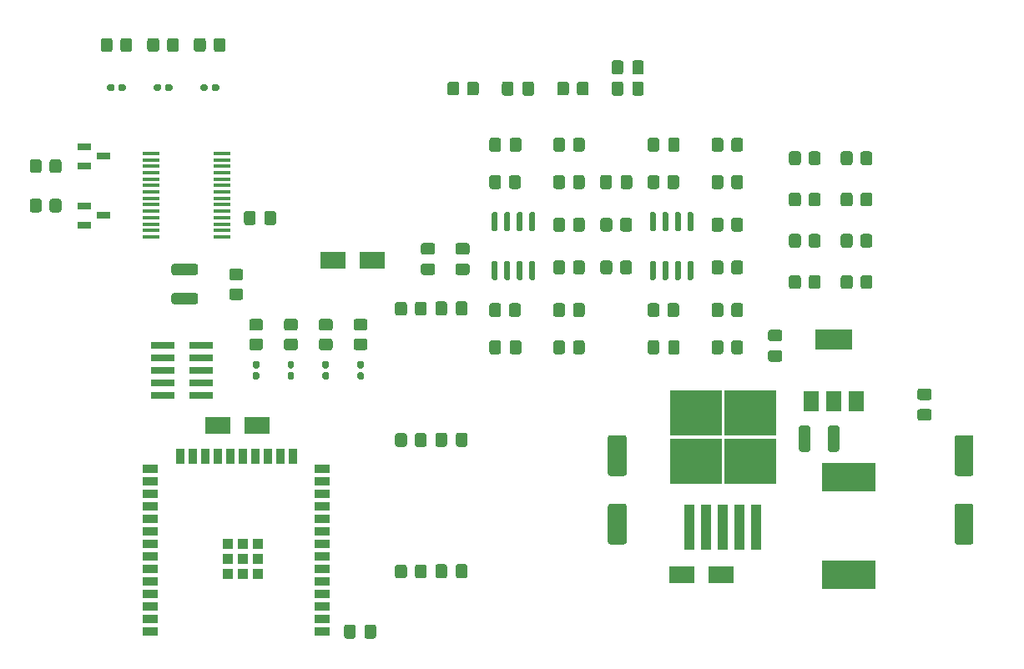
<source format=gbr>
%TF.GenerationSoftware,KiCad,Pcbnew,5.1.12-84ad8e8a86~92~ubuntu20.04.1*%
%TF.CreationDate,2022-06-26T22:57:18-03:00*%
%TF.ProjectId,esp_controller,6573705f-636f-46e7-9472-6f6c6c65722e,rev?*%
%TF.SameCoordinates,Original*%
%TF.FileFunction,Paste,Top*%
%TF.FilePolarity,Positive*%
%FSLAX46Y46*%
G04 Gerber Fmt 4.6, Leading zero omitted, Abs format (unit mm)*
G04 Created by KiCad (PCBNEW 5.1.12-84ad8e8a86~92~ubuntu20.04.1) date 2022-06-26 22:57:18*
%MOMM*%
%LPD*%
G01*
G04 APERTURE LIST*
%ADD10R,2.500000X1.800000*%
%ADD11R,1.350000X0.650000*%
%ADD12R,1.500000X0.900000*%
%ADD13R,0.900000X1.500000*%
%ADD14R,1.050000X1.050000*%
%ADD15R,5.250000X4.550000*%
%ADD16R,1.100000X4.600000*%
%ADD17R,5.400000X2.900000*%
%ADD18R,1.500000X2.000000*%
%ADD19R,3.800000X2.000000*%
%ADD20R,2.400000X0.740000*%
%ADD21R,1.750000X0.450000*%
G04 APERTURE END LIST*
D10*
%TO.C,D10*%
X158670000Y-111720000D03*
X162670000Y-111720000D03*
%TD*%
%TO.C,D4*%
X123300300Y-79857600D03*
X127300300Y-79857600D03*
%TD*%
%TO.C,C16*%
G36*
G01*
X171736180Y-96827159D02*
X171736180Y-99027161D01*
G75*
G02*
X171486181Y-99277160I-249999J0D01*
G01*
X170836179Y-99277160D01*
G75*
G02*
X170586180Y-99027161I0J249999D01*
G01*
X170586180Y-96827159D01*
G75*
G02*
X170836179Y-96577160I249999J0D01*
G01*
X171486181Y-96577160D01*
G75*
G02*
X171736180Y-96827159I0J-249999D01*
G01*
G37*
G36*
G01*
X174686180Y-96827159D02*
X174686180Y-99027161D01*
G75*
G02*
X174436181Y-99277160I-249999J0D01*
G01*
X173786179Y-99277160D01*
G75*
G02*
X173536180Y-99027161I0J249999D01*
G01*
X173536180Y-96827159D01*
G75*
G02*
X173786179Y-96577160I249999J0D01*
G01*
X174436181Y-96577160D01*
G75*
G02*
X174686180Y-96827159I0J-249999D01*
G01*
G37*
%TD*%
%TO.C,C10*%
G36*
G01*
X109380201Y-81340120D02*
X107180199Y-81340120D01*
G75*
G02*
X106930200Y-81090121I0J249999D01*
G01*
X106930200Y-80440119D01*
G75*
G02*
X107180199Y-80190120I249999J0D01*
G01*
X109380201Y-80190120D01*
G75*
G02*
X109630200Y-80440119I0J-249999D01*
G01*
X109630200Y-81090121D01*
G75*
G02*
X109380201Y-81340120I-249999J0D01*
G01*
G37*
G36*
G01*
X109380201Y-84290120D02*
X107180199Y-84290120D01*
G75*
G02*
X106930200Y-84040121I0J249999D01*
G01*
X106930200Y-83390119D01*
G75*
G02*
X107180199Y-83140120I249999J0D01*
G01*
X109380201Y-83140120D01*
G75*
G02*
X109630200Y-83390119I0J-249999D01*
G01*
X109630200Y-84040121D01*
G75*
G02*
X109380201Y-84290120I-249999J0D01*
G01*
G37*
%TD*%
D11*
%TO.C,Q1*%
X100049840Y-69265800D03*
X98049840Y-70225800D03*
X98049840Y-68305800D03*
%TD*%
%TO.C,Q2*%
X100049840Y-75280520D03*
X98049840Y-76240520D03*
X98049840Y-74320520D03*
%TD*%
D10*
%TO.C,D9*%
X111600000Y-96600000D03*
X115600000Y-96600000D03*
%TD*%
%TO.C,D3*%
G36*
G01*
X110997500Y-62453500D02*
X110997500Y-62133500D01*
G75*
G02*
X111157500Y-61973500I160000J0D01*
G01*
X111602500Y-61973500D01*
G75*
G02*
X111762500Y-62133500I0J-160000D01*
G01*
X111762500Y-62453500D01*
G75*
G02*
X111602500Y-62613500I-160000J0D01*
G01*
X111157500Y-62613500D01*
G75*
G02*
X110997500Y-62453500I0J160000D01*
G01*
G37*
G36*
G01*
X109852500Y-62453500D02*
X109852500Y-62133500D01*
G75*
G02*
X110012500Y-61973500I160000J0D01*
G01*
X110457500Y-61973500D01*
G75*
G02*
X110617500Y-62133500I0J-160000D01*
G01*
X110617500Y-62453500D01*
G75*
G02*
X110457500Y-62613500I-160000J0D01*
G01*
X110012500Y-62613500D01*
G75*
G02*
X109852500Y-62453500I0J160000D01*
G01*
G37*
%TD*%
%TO.C,D2*%
G36*
G01*
X106264250Y-62453500D02*
X106264250Y-62133500D01*
G75*
G02*
X106424250Y-61973500I160000J0D01*
G01*
X106869250Y-61973500D01*
G75*
G02*
X107029250Y-62133500I0J-160000D01*
G01*
X107029250Y-62453500D01*
G75*
G02*
X106869250Y-62613500I-160000J0D01*
G01*
X106424250Y-62613500D01*
G75*
G02*
X106264250Y-62453500I0J160000D01*
G01*
G37*
G36*
G01*
X105119250Y-62453500D02*
X105119250Y-62133500D01*
G75*
G02*
X105279250Y-61973500I160000J0D01*
G01*
X105724250Y-61973500D01*
G75*
G02*
X105884250Y-62133500I0J-160000D01*
G01*
X105884250Y-62453500D01*
G75*
G02*
X105724250Y-62613500I-160000J0D01*
G01*
X105279250Y-62613500D01*
G75*
G02*
X105119250Y-62453500I0J160000D01*
G01*
G37*
%TD*%
%TO.C,D1*%
G36*
G01*
X101531000Y-62453500D02*
X101531000Y-62133500D01*
G75*
G02*
X101691000Y-61973500I160000J0D01*
G01*
X102136000Y-61973500D01*
G75*
G02*
X102296000Y-62133500I0J-160000D01*
G01*
X102296000Y-62453500D01*
G75*
G02*
X102136000Y-62613500I-160000J0D01*
G01*
X101691000Y-62613500D01*
G75*
G02*
X101531000Y-62453500I0J160000D01*
G01*
G37*
G36*
G01*
X100386000Y-62453500D02*
X100386000Y-62133500D01*
G75*
G02*
X100546000Y-61973500I160000J0D01*
G01*
X100991000Y-61973500D01*
G75*
G02*
X101151000Y-62133500I0J-160000D01*
G01*
X101151000Y-62453500D01*
G75*
G02*
X100991000Y-62613500I-160000J0D01*
G01*
X100546000Y-62613500D01*
G75*
G02*
X100386000Y-62453500I0J160000D01*
G01*
G37*
%TD*%
%TO.C,D5*%
G36*
G01*
X115666500Y-90793000D02*
X115346500Y-90793000D01*
G75*
G02*
X115186500Y-90633000I0J160000D01*
G01*
X115186500Y-90188000D01*
G75*
G02*
X115346500Y-90028000I160000J0D01*
G01*
X115666500Y-90028000D01*
G75*
G02*
X115826500Y-90188000I0J-160000D01*
G01*
X115826500Y-90633000D01*
G75*
G02*
X115666500Y-90793000I-160000J0D01*
G01*
G37*
G36*
G01*
X115666500Y-91938000D02*
X115346500Y-91938000D01*
G75*
G02*
X115186500Y-91778000I0J160000D01*
G01*
X115186500Y-91333000D01*
G75*
G02*
X115346500Y-91173000I160000J0D01*
G01*
X115666500Y-91173000D01*
G75*
G02*
X115826500Y-91333000I0J-160000D01*
G01*
X115826500Y-91778000D01*
G75*
G02*
X115666500Y-91938000I-160000J0D01*
G01*
G37*
%TD*%
%TO.C,D6*%
G36*
G01*
X119201333Y-90793000D02*
X118881333Y-90793000D01*
G75*
G02*
X118721333Y-90633000I0J160000D01*
G01*
X118721333Y-90188000D01*
G75*
G02*
X118881333Y-90028000I160000J0D01*
G01*
X119201333Y-90028000D01*
G75*
G02*
X119361333Y-90188000I0J-160000D01*
G01*
X119361333Y-90633000D01*
G75*
G02*
X119201333Y-90793000I-160000J0D01*
G01*
G37*
G36*
G01*
X119201333Y-91938000D02*
X118881333Y-91938000D01*
G75*
G02*
X118721333Y-91778000I0J160000D01*
G01*
X118721333Y-91333000D01*
G75*
G02*
X118881333Y-91173000I160000J0D01*
G01*
X119201333Y-91173000D01*
G75*
G02*
X119361333Y-91333000I0J-160000D01*
G01*
X119361333Y-91778000D01*
G75*
G02*
X119201333Y-91938000I-160000J0D01*
G01*
G37*
%TD*%
%TO.C,D7*%
G36*
G01*
X122736166Y-90793000D02*
X122416166Y-90793000D01*
G75*
G02*
X122256166Y-90633000I0J160000D01*
G01*
X122256166Y-90188000D01*
G75*
G02*
X122416166Y-90028000I160000J0D01*
G01*
X122736166Y-90028000D01*
G75*
G02*
X122896166Y-90188000I0J-160000D01*
G01*
X122896166Y-90633000D01*
G75*
G02*
X122736166Y-90793000I-160000J0D01*
G01*
G37*
G36*
G01*
X122736166Y-91938000D02*
X122416166Y-91938000D01*
G75*
G02*
X122256166Y-91778000I0J160000D01*
G01*
X122256166Y-91333000D01*
G75*
G02*
X122416166Y-91173000I160000J0D01*
G01*
X122736166Y-91173000D01*
G75*
G02*
X122896166Y-91333000I0J-160000D01*
G01*
X122896166Y-91778000D01*
G75*
G02*
X122736166Y-91938000I-160000J0D01*
G01*
G37*
%TD*%
%TO.C,D8*%
G36*
G01*
X126271000Y-90793000D02*
X125951000Y-90793000D01*
G75*
G02*
X125791000Y-90633000I0J160000D01*
G01*
X125791000Y-90188000D01*
G75*
G02*
X125951000Y-90028000I160000J0D01*
G01*
X126271000Y-90028000D01*
G75*
G02*
X126431000Y-90188000I0J-160000D01*
G01*
X126431000Y-90633000D01*
G75*
G02*
X126271000Y-90793000I-160000J0D01*
G01*
G37*
G36*
G01*
X126271000Y-91938000D02*
X125951000Y-91938000D01*
G75*
G02*
X125791000Y-91778000I0J160000D01*
G01*
X125791000Y-91333000D01*
G75*
G02*
X125951000Y-91173000I160000J0D01*
G01*
X126271000Y-91173000D01*
G75*
G02*
X126431000Y-91333000I0J-160000D01*
G01*
X126431000Y-91778000D01*
G75*
G02*
X126271000Y-91938000I-160000J0D01*
G01*
G37*
%TD*%
%TO.C,R19*%
G36*
G01*
X152445000Y-76668334D02*
X152445000Y-75768332D01*
G75*
G02*
X152694999Y-75518333I249999J0D01*
G01*
X153395001Y-75518333D01*
G75*
G02*
X153645000Y-75768332I0J-249999D01*
G01*
X153645000Y-76668334D01*
G75*
G02*
X153395001Y-76918333I-249999J0D01*
G01*
X152694999Y-76918333D01*
G75*
G02*
X152445000Y-76668334I0J249999D01*
G01*
G37*
G36*
G01*
X150445000Y-76668334D02*
X150445000Y-75768332D01*
G75*
G02*
X150694999Y-75518333I249999J0D01*
G01*
X151395001Y-75518333D01*
G75*
G02*
X151645000Y-75768332I0J-249999D01*
G01*
X151645000Y-76668334D01*
G75*
G02*
X151395001Y-76918333I-249999J0D01*
G01*
X150694999Y-76918333D01*
G75*
G02*
X150445000Y-76668334I0J249999D01*
G01*
G37*
%TD*%
%TO.C,R24*%
G36*
G01*
X152445000Y-80999167D02*
X152445000Y-80099165D01*
G75*
G02*
X152694999Y-79849166I249999J0D01*
G01*
X153395001Y-79849166D01*
G75*
G02*
X153645000Y-80099165I0J-249999D01*
G01*
X153645000Y-80999167D01*
G75*
G02*
X153395001Y-81249166I-249999J0D01*
G01*
X152694999Y-81249166D01*
G75*
G02*
X152445000Y-80999167I0J249999D01*
G01*
G37*
G36*
G01*
X150445000Y-80999167D02*
X150445000Y-80099165D01*
G75*
G02*
X150694999Y-79849166I249999J0D01*
G01*
X151395001Y-79849166D01*
G75*
G02*
X151645000Y-80099165I0J-249999D01*
G01*
X151645000Y-80999167D01*
G75*
G02*
X151395001Y-81249166I-249999J0D01*
G01*
X150694999Y-81249166D01*
G75*
G02*
X150445000Y-80999167I0J249999D01*
G01*
G37*
%TD*%
%TO.C,C9*%
G36*
G01*
X135978700Y-80150000D02*
X136928700Y-80150000D01*
G75*
G02*
X137178700Y-80400000I0J-250000D01*
G01*
X137178700Y-81075000D01*
G75*
G02*
X136928700Y-81325000I-250000J0D01*
G01*
X135978700Y-81325000D01*
G75*
G02*
X135728700Y-81075000I0J250000D01*
G01*
X135728700Y-80400000D01*
G75*
G02*
X135978700Y-80150000I250000J0D01*
G01*
G37*
G36*
G01*
X135978700Y-78075000D02*
X136928700Y-78075000D01*
G75*
G02*
X137178700Y-78325000I0J-250000D01*
G01*
X137178700Y-79000000D01*
G75*
G02*
X136928700Y-79250000I-250000J0D01*
G01*
X135978700Y-79250000D01*
G75*
G02*
X135728700Y-79000000I0J250000D01*
G01*
X135728700Y-78325000D01*
G75*
G02*
X135978700Y-78075000I250000J0D01*
G01*
G37*
%TD*%
%TO.C,C6*%
G36*
G01*
X151595000Y-71412500D02*
X151595000Y-72362500D01*
G75*
G02*
X151345000Y-72612500I-250000J0D01*
G01*
X150670000Y-72612500D01*
G75*
G02*
X150420000Y-72362500I0J250000D01*
G01*
X150420000Y-71412500D01*
G75*
G02*
X150670000Y-71162500I250000J0D01*
G01*
X151345000Y-71162500D01*
G75*
G02*
X151595000Y-71412500I0J-250000D01*
G01*
G37*
G36*
G01*
X153670000Y-71412500D02*
X153670000Y-72362500D01*
G75*
G02*
X153420000Y-72612500I-250000J0D01*
G01*
X152745000Y-72612500D01*
G75*
G02*
X152495000Y-72362500I0J250000D01*
G01*
X152495000Y-71412500D01*
G75*
G02*
X152745000Y-71162500I250000J0D01*
G01*
X153420000Y-71162500D01*
G75*
G02*
X153670000Y-71412500I0J-250000D01*
G01*
G37*
%TD*%
D12*
%TO.C,U6*%
X122250000Y-101000000D03*
X122250000Y-102270000D03*
X122250000Y-103540000D03*
X122250000Y-104810000D03*
X122250000Y-106080000D03*
X122250000Y-107350000D03*
X122250000Y-108620000D03*
X122250000Y-109890000D03*
X122250000Y-111160000D03*
X122250000Y-112430000D03*
X122250000Y-113700000D03*
X122250000Y-114970000D03*
X122250000Y-116240000D03*
X122250000Y-117510000D03*
D13*
X119220000Y-99750000D03*
X117950000Y-99750000D03*
X116680000Y-99750000D03*
X115410000Y-99750000D03*
X114140000Y-99750000D03*
X112870000Y-99750000D03*
X111600000Y-99750000D03*
X110330000Y-99750000D03*
X109060000Y-99750000D03*
X107790000Y-99750000D03*
D12*
X104750000Y-101000000D03*
X104750000Y-102270000D03*
X104750000Y-103540000D03*
X104750000Y-104810000D03*
X104750000Y-106080000D03*
X104750000Y-107350000D03*
X104750000Y-108620000D03*
X104750000Y-109890000D03*
X104750000Y-111160000D03*
X104750000Y-112430000D03*
X104750000Y-113700000D03*
X104750000Y-114970000D03*
X104750000Y-116240000D03*
X104750000Y-117510000D03*
D14*
X114180000Y-110170000D03*
X112655000Y-110170000D03*
X115705000Y-110170000D03*
X115705000Y-108645000D03*
X114180000Y-108645000D03*
X112655000Y-108645000D03*
X112655000Y-111695000D03*
X114180000Y-111695000D03*
X115705000Y-111695000D03*
%TD*%
%TO.C,U2*%
G36*
G01*
X139865000Y-76880000D02*
X139565000Y-76880000D01*
G75*
G02*
X139415000Y-76730000I0J150000D01*
G01*
X139415000Y-75080000D01*
G75*
G02*
X139565000Y-74930000I150000J0D01*
G01*
X139865000Y-74930000D01*
G75*
G02*
X140015000Y-75080000I0J-150000D01*
G01*
X140015000Y-76730000D01*
G75*
G02*
X139865000Y-76880000I-150000J0D01*
G01*
G37*
G36*
G01*
X141135000Y-76880000D02*
X140835000Y-76880000D01*
G75*
G02*
X140685000Y-76730000I0J150000D01*
G01*
X140685000Y-75080000D01*
G75*
G02*
X140835000Y-74930000I150000J0D01*
G01*
X141135000Y-74930000D01*
G75*
G02*
X141285000Y-75080000I0J-150000D01*
G01*
X141285000Y-76730000D01*
G75*
G02*
X141135000Y-76880000I-150000J0D01*
G01*
G37*
G36*
G01*
X142405000Y-76880000D02*
X142105000Y-76880000D01*
G75*
G02*
X141955000Y-76730000I0J150000D01*
G01*
X141955000Y-75080000D01*
G75*
G02*
X142105000Y-74930000I150000J0D01*
G01*
X142405000Y-74930000D01*
G75*
G02*
X142555000Y-75080000I0J-150000D01*
G01*
X142555000Y-76730000D01*
G75*
G02*
X142405000Y-76880000I-150000J0D01*
G01*
G37*
G36*
G01*
X143675000Y-76880000D02*
X143375000Y-76880000D01*
G75*
G02*
X143225000Y-76730000I0J150000D01*
G01*
X143225000Y-75080000D01*
G75*
G02*
X143375000Y-74930000I150000J0D01*
G01*
X143675000Y-74930000D01*
G75*
G02*
X143825000Y-75080000I0J-150000D01*
G01*
X143825000Y-76730000D01*
G75*
G02*
X143675000Y-76880000I-150000J0D01*
G01*
G37*
G36*
G01*
X143675000Y-81830000D02*
X143375000Y-81830000D01*
G75*
G02*
X143225000Y-81680000I0J150000D01*
G01*
X143225000Y-80030000D01*
G75*
G02*
X143375000Y-79880000I150000J0D01*
G01*
X143675000Y-79880000D01*
G75*
G02*
X143825000Y-80030000I0J-150000D01*
G01*
X143825000Y-81680000D01*
G75*
G02*
X143675000Y-81830000I-150000J0D01*
G01*
G37*
G36*
G01*
X142405000Y-81830000D02*
X142105000Y-81830000D01*
G75*
G02*
X141955000Y-81680000I0J150000D01*
G01*
X141955000Y-80030000D01*
G75*
G02*
X142105000Y-79880000I150000J0D01*
G01*
X142405000Y-79880000D01*
G75*
G02*
X142555000Y-80030000I0J-150000D01*
G01*
X142555000Y-81680000D01*
G75*
G02*
X142405000Y-81830000I-150000J0D01*
G01*
G37*
G36*
G01*
X141135000Y-81830000D02*
X140835000Y-81830000D01*
G75*
G02*
X140685000Y-81680000I0J150000D01*
G01*
X140685000Y-80030000D01*
G75*
G02*
X140835000Y-79880000I150000J0D01*
G01*
X141135000Y-79880000D01*
G75*
G02*
X141285000Y-80030000I0J-150000D01*
G01*
X141285000Y-81680000D01*
G75*
G02*
X141135000Y-81830000I-150000J0D01*
G01*
G37*
G36*
G01*
X139865000Y-81830000D02*
X139565000Y-81830000D01*
G75*
G02*
X139415000Y-81680000I0J150000D01*
G01*
X139415000Y-80030000D01*
G75*
G02*
X139565000Y-79880000I150000J0D01*
G01*
X139865000Y-79880000D01*
G75*
G02*
X140015000Y-80030000I0J-150000D01*
G01*
X140015000Y-81680000D01*
G75*
G02*
X139865000Y-81830000I-150000J0D01*
G01*
G37*
%TD*%
%TO.C,U3*%
G36*
G01*
X155927500Y-76880000D02*
X155627500Y-76880000D01*
G75*
G02*
X155477500Y-76730000I0J150000D01*
G01*
X155477500Y-75080000D01*
G75*
G02*
X155627500Y-74930000I150000J0D01*
G01*
X155927500Y-74930000D01*
G75*
G02*
X156077500Y-75080000I0J-150000D01*
G01*
X156077500Y-76730000D01*
G75*
G02*
X155927500Y-76880000I-150000J0D01*
G01*
G37*
G36*
G01*
X157197500Y-76880000D02*
X156897500Y-76880000D01*
G75*
G02*
X156747500Y-76730000I0J150000D01*
G01*
X156747500Y-75080000D01*
G75*
G02*
X156897500Y-74930000I150000J0D01*
G01*
X157197500Y-74930000D01*
G75*
G02*
X157347500Y-75080000I0J-150000D01*
G01*
X157347500Y-76730000D01*
G75*
G02*
X157197500Y-76880000I-150000J0D01*
G01*
G37*
G36*
G01*
X158467500Y-76880000D02*
X158167500Y-76880000D01*
G75*
G02*
X158017500Y-76730000I0J150000D01*
G01*
X158017500Y-75080000D01*
G75*
G02*
X158167500Y-74930000I150000J0D01*
G01*
X158467500Y-74930000D01*
G75*
G02*
X158617500Y-75080000I0J-150000D01*
G01*
X158617500Y-76730000D01*
G75*
G02*
X158467500Y-76880000I-150000J0D01*
G01*
G37*
G36*
G01*
X159737500Y-76880000D02*
X159437500Y-76880000D01*
G75*
G02*
X159287500Y-76730000I0J150000D01*
G01*
X159287500Y-75080000D01*
G75*
G02*
X159437500Y-74930000I150000J0D01*
G01*
X159737500Y-74930000D01*
G75*
G02*
X159887500Y-75080000I0J-150000D01*
G01*
X159887500Y-76730000D01*
G75*
G02*
X159737500Y-76880000I-150000J0D01*
G01*
G37*
G36*
G01*
X159737500Y-81830000D02*
X159437500Y-81830000D01*
G75*
G02*
X159287500Y-81680000I0J150000D01*
G01*
X159287500Y-80030000D01*
G75*
G02*
X159437500Y-79880000I150000J0D01*
G01*
X159737500Y-79880000D01*
G75*
G02*
X159887500Y-80030000I0J-150000D01*
G01*
X159887500Y-81680000D01*
G75*
G02*
X159737500Y-81830000I-150000J0D01*
G01*
G37*
G36*
G01*
X158467500Y-81830000D02*
X158167500Y-81830000D01*
G75*
G02*
X158017500Y-81680000I0J150000D01*
G01*
X158017500Y-80030000D01*
G75*
G02*
X158167500Y-79880000I150000J0D01*
G01*
X158467500Y-79880000D01*
G75*
G02*
X158617500Y-80030000I0J-150000D01*
G01*
X158617500Y-81680000D01*
G75*
G02*
X158467500Y-81830000I-150000J0D01*
G01*
G37*
G36*
G01*
X157197500Y-81830000D02*
X156897500Y-81830000D01*
G75*
G02*
X156747500Y-81680000I0J150000D01*
G01*
X156747500Y-80030000D01*
G75*
G02*
X156897500Y-79880000I150000J0D01*
G01*
X157197500Y-79880000D01*
G75*
G02*
X157347500Y-80030000I0J-150000D01*
G01*
X157347500Y-81680000D01*
G75*
G02*
X157197500Y-81830000I-150000J0D01*
G01*
G37*
G36*
G01*
X155927500Y-81830000D02*
X155627500Y-81830000D01*
G75*
G02*
X155477500Y-81680000I0J150000D01*
G01*
X155477500Y-80030000D01*
G75*
G02*
X155627500Y-79880000I150000J0D01*
G01*
X155927500Y-79880000D01*
G75*
G02*
X156077500Y-80030000I0J-150000D01*
G01*
X156077500Y-81680000D01*
G75*
G02*
X155927500Y-81830000I-150000J0D01*
G01*
G37*
%TD*%
D15*
%TO.C,U5*%
X165655000Y-100200000D03*
X160105000Y-95350000D03*
X160105000Y-100200000D03*
X165655000Y-95350000D03*
D16*
X166280000Y-106925000D03*
X164580000Y-106925000D03*
X162880000Y-106925000D03*
X161180000Y-106925000D03*
X159480000Y-106925000D03*
%TD*%
%TO.C,R11*%
G36*
G01*
X141170000Y-72337501D02*
X141170000Y-71437499D01*
G75*
G02*
X141419999Y-71187500I249999J0D01*
G01*
X142120001Y-71187500D01*
G75*
G02*
X142370000Y-71437499I0J-249999D01*
G01*
X142370000Y-72337501D01*
G75*
G02*
X142120001Y-72587500I-249999J0D01*
G01*
X141419999Y-72587500D01*
G75*
G02*
X141170000Y-72337501I0J249999D01*
G01*
G37*
G36*
G01*
X139170000Y-72337501D02*
X139170000Y-71437499D01*
G75*
G02*
X139419999Y-71187500I249999J0D01*
G01*
X140120001Y-71187500D01*
G75*
G02*
X140370000Y-71437499I0J-249999D01*
G01*
X140370000Y-72337501D01*
G75*
G02*
X140120001Y-72587500I-249999J0D01*
G01*
X139419999Y-72587500D01*
G75*
G02*
X139170000Y-72337501I0J249999D01*
G01*
G37*
%TD*%
%TO.C,R30*%
G36*
G01*
X141170000Y-85330001D02*
X141170000Y-84429999D01*
G75*
G02*
X141419999Y-84180000I249999J0D01*
G01*
X142120001Y-84180000D01*
G75*
G02*
X142370000Y-84429999I0J-249999D01*
G01*
X142370000Y-85330001D01*
G75*
G02*
X142120001Y-85580000I-249999J0D01*
G01*
X141419999Y-85580000D01*
G75*
G02*
X141170000Y-85330001I0J249999D01*
G01*
G37*
G36*
G01*
X139170000Y-85330001D02*
X139170000Y-84429999D01*
G75*
G02*
X139419999Y-84180000I249999J0D01*
G01*
X140120001Y-84180000D01*
G75*
G02*
X140370000Y-84429999I0J-249999D01*
G01*
X140370000Y-85330001D01*
G75*
G02*
X140120001Y-85580000I-249999J0D01*
G01*
X139419999Y-85580000D01*
G75*
G02*
X139170000Y-85330001I0J249999D01*
G01*
G37*
%TD*%
%TO.C,R6*%
G36*
G01*
X146857500Y-67649999D02*
X146857500Y-68550001D01*
G75*
G02*
X146607501Y-68800000I-249999J0D01*
G01*
X145907499Y-68800000D01*
G75*
G02*
X145657500Y-68550001I0J249999D01*
G01*
X145657500Y-67649999D01*
G75*
G02*
X145907499Y-67400000I249999J0D01*
G01*
X146607501Y-67400000D01*
G75*
G02*
X146857500Y-67649999I0J-249999D01*
G01*
G37*
G36*
G01*
X148857500Y-67649999D02*
X148857500Y-68550001D01*
G75*
G02*
X148607501Y-68800000I-249999J0D01*
G01*
X147907499Y-68800000D01*
G75*
G02*
X147657500Y-68550001I0J249999D01*
G01*
X147657500Y-67649999D01*
G75*
G02*
X147907499Y-67400000I249999J0D01*
G01*
X148607501Y-67400000D01*
G75*
G02*
X148857500Y-67649999I0J-249999D01*
G01*
G37*
%TD*%
%TO.C,R38*%
G36*
G01*
X146857500Y-88209999D02*
X146857500Y-89110001D01*
G75*
G02*
X146607501Y-89360000I-249999J0D01*
G01*
X145907499Y-89360000D01*
G75*
G02*
X145657500Y-89110001I0J249999D01*
G01*
X145657500Y-88209999D01*
G75*
G02*
X145907499Y-87960000I249999J0D01*
G01*
X146607501Y-87960000D01*
G75*
G02*
X146857500Y-88209999I0J-249999D01*
G01*
G37*
G36*
G01*
X148857500Y-88209999D02*
X148857500Y-89110001D01*
G75*
G02*
X148607501Y-89360000I-249999J0D01*
G01*
X147907499Y-89360000D01*
G75*
G02*
X147657500Y-89110001I0J249999D01*
G01*
X147657500Y-88209999D01*
G75*
G02*
X147907499Y-87960000I249999J0D01*
G01*
X148607501Y-87960000D01*
G75*
G02*
X148857500Y-88209999I0J-249999D01*
G01*
G37*
%TD*%
%TO.C,R18*%
G36*
G01*
X147657500Y-76668334D02*
X147657500Y-75768332D01*
G75*
G02*
X147907499Y-75518333I249999J0D01*
G01*
X148607501Y-75518333D01*
G75*
G02*
X148857500Y-75768332I0J-249999D01*
G01*
X148857500Y-76668334D01*
G75*
G02*
X148607501Y-76918333I-249999J0D01*
G01*
X147907499Y-76918333D01*
G75*
G02*
X147657500Y-76668334I0J249999D01*
G01*
G37*
G36*
G01*
X145657500Y-76668334D02*
X145657500Y-75768332D01*
G75*
G02*
X145907499Y-75518333I249999J0D01*
G01*
X146607501Y-75518333D01*
G75*
G02*
X146857500Y-75768332I0J-249999D01*
G01*
X146857500Y-76668334D01*
G75*
G02*
X146607501Y-76918333I-249999J0D01*
G01*
X145907499Y-76918333D01*
G75*
G02*
X145657500Y-76668334I0J249999D01*
G01*
G37*
%TD*%
%TO.C,R12*%
G36*
G01*
X147657500Y-72337501D02*
X147657500Y-71437499D01*
G75*
G02*
X147907499Y-71187500I249999J0D01*
G01*
X148607501Y-71187500D01*
G75*
G02*
X148857500Y-71437499I0J-249999D01*
G01*
X148857500Y-72337501D01*
G75*
G02*
X148607501Y-72587500I-249999J0D01*
G01*
X147907499Y-72587500D01*
G75*
G02*
X147657500Y-72337501I0J249999D01*
G01*
G37*
G36*
G01*
X145657500Y-72337501D02*
X145657500Y-71437499D01*
G75*
G02*
X145907499Y-71187500I249999J0D01*
G01*
X146607501Y-71187500D01*
G75*
G02*
X146857500Y-71437499I0J-249999D01*
G01*
X146857500Y-72337501D01*
G75*
G02*
X146607501Y-72587500I-249999J0D01*
G01*
X145907499Y-72587500D01*
G75*
G02*
X145657500Y-72337501I0J249999D01*
G01*
G37*
%TD*%
%TO.C,R23*%
G36*
G01*
X147657500Y-80999167D02*
X147657500Y-80099165D01*
G75*
G02*
X147907499Y-79849166I249999J0D01*
G01*
X148607501Y-79849166D01*
G75*
G02*
X148857500Y-80099165I0J-249999D01*
G01*
X148857500Y-80999167D01*
G75*
G02*
X148607501Y-81249166I-249999J0D01*
G01*
X147907499Y-81249166D01*
G75*
G02*
X147657500Y-80999167I0J249999D01*
G01*
G37*
G36*
G01*
X145657500Y-80999167D02*
X145657500Y-80099165D01*
G75*
G02*
X145907499Y-79849166I249999J0D01*
G01*
X146607501Y-79849166D01*
G75*
G02*
X146857500Y-80099165I0J-249999D01*
G01*
X146857500Y-80999167D01*
G75*
G02*
X146607501Y-81249166I-249999J0D01*
G01*
X145907499Y-81249166D01*
G75*
G02*
X145657500Y-80999167I0J249999D01*
G01*
G37*
%TD*%
%TO.C,R31*%
G36*
G01*
X147657500Y-85330001D02*
X147657500Y-84429999D01*
G75*
G02*
X147907499Y-84180000I249999J0D01*
G01*
X148607501Y-84180000D01*
G75*
G02*
X148857500Y-84429999I0J-249999D01*
G01*
X148857500Y-85330001D01*
G75*
G02*
X148607501Y-85580000I-249999J0D01*
G01*
X147907499Y-85580000D01*
G75*
G02*
X147657500Y-85330001I0J249999D01*
G01*
G37*
G36*
G01*
X145657500Y-85330001D02*
X145657500Y-84429999D01*
G75*
G02*
X145907499Y-84180000I249999J0D01*
G01*
X146607501Y-84180000D01*
G75*
G02*
X146857500Y-84429999I0J-249999D01*
G01*
X146857500Y-85330001D01*
G75*
G02*
X146607501Y-85580000I-249999J0D01*
G01*
X145907499Y-85580000D01*
G75*
G02*
X145657500Y-85330001I0J249999D01*
G01*
G37*
%TD*%
%TO.C,R13*%
G36*
G01*
X157232500Y-72337501D02*
X157232500Y-71437499D01*
G75*
G02*
X157482499Y-71187500I249999J0D01*
G01*
X158182501Y-71187500D01*
G75*
G02*
X158432500Y-71437499I0J-249999D01*
G01*
X158432500Y-72337501D01*
G75*
G02*
X158182501Y-72587500I-249999J0D01*
G01*
X157482499Y-72587500D01*
G75*
G02*
X157232500Y-72337501I0J249999D01*
G01*
G37*
G36*
G01*
X155232500Y-72337501D02*
X155232500Y-71437499D01*
G75*
G02*
X155482499Y-71187500I249999J0D01*
G01*
X156182501Y-71187500D01*
G75*
G02*
X156432500Y-71437499I0J-249999D01*
G01*
X156432500Y-72337501D01*
G75*
G02*
X156182501Y-72587500I-249999J0D01*
G01*
X155482499Y-72587500D01*
G75*
G02*
X155232500Y-72337501I0J249999D01*
G01*
G37*
%TD*%
%TO.C,R32*%
G36*
G01*
X157232500Y-85330001D02*
X157232500Y-84429999D01*
G75*
G02*
X157482499Y-84180000I249999J0D01*
G01*
X158182501Y-84180000D01*
G75*
G02*
X158432500Y-84429999I0J-249999D01*
G01*
X158432500Y-85330001D01*
G75*
G02*
X158182501Y-85580000I-249999J0D01*
G01*
X157482499Y-85580000D01*
G75*
G02*
X157232500Y-85330001I0J249999D01*
G01*
G37*
G36*
G01*
X155232500Y-85330001D02*
X155232500Y-84429999D01*
G75*
G02*
X155482499Y-84180000I249999J0D01*
G01*
X156182501Y-84180000D01*
G75*
G02*
X156432500Y-84429999I0J-249999D01*
G01*
X156432500Y-85330001D01*
G75*
G02*
X156182501Y-85580000I-249999J0D01*
G01*
X155482499Y-85580000D01*
G75*
G02*
X155232500Y-85330001I0J249999D01*
G01*
G37*
%TD*%
%TO.C,R14*%
G36*
G01*
X162920000Y-71437499D02*
X162920000Y-72337501D01*
G75*
G02*
X162670001Y-72587500I-249999J0D01*
G01*
X161969999Y-72587500D01*
G75*
G02*
X161720000Y-72337501I0J249999D01*
G01*
X161720000Y-71437499D01*
G75*
G02*
X161969999Y-71187500I249999J0D01*
G01*
X162670001Y-71187500D01*
G75*
G02*
X162920000Y-71437499I0J-249999D01*
G01*
G37*
G36*
G01*
X164920000Y-71437499D02*
X164920000Y-72337501D01*
G75*
G02*
X164670001Y-72587500I-249999J0D01*
G01*
X163969999Y-72587500D01*
G75*
G02*
X163720000Y-72337501I0J249999D01*
G01*
X163720000Y-71437499D01*
G75*
G02*
X163969999Y-71187500I249999J0D01*
G01*
X164670001Y-71187500D01*
G75*
G02*
X164920000Y-71437499I0J-249999D01*
G01*
G37*
%TD*%
%TO.C,R33*%
G36*
G01*
X162920000Y-84429999D02*
X162920000Y-85330001D01*
G75*
G02*
X162670001Y-85580000I-249999J0D01*
G01*
X161969999Y-85580000D01*
G75*
G02*
X161720000Y-85330001I0J249999D01*
G01*
X161720000Y-84429999D01*
G75*
G02*
X161969999Y-84180000I249999J0D01*
G01*
X162670001Y-84180000D01*
G75*
G02*
X162920000Y-84429999I0J-249999D01*
G01*
G37*
G36*
G01*
X164920000Y-84429999D02*
X164920000Y-85330001D01*
G75*
G02*
X164670001Y-85580000I-249999J0D01*
G01*
X163969999Y-85580000D01*
G75*
G02*
X163720000Y-85330001I0J249999D01*
G01*
X163720000Y-84429999D01*
G75*
G02*
X163969999Y-84180000I249999J0D01*
G01*
X164670001Y-84180000D01*
G75*
G02*
X164920000Y-84429999I0J-249999D01*
G01*
G37*
%TD*%
%TO.C,R7*%
G36*
G01*
X163720000Y-68550001D02*
X163720000Y-67649999D01*
G75*
G02*
X163969999Y-67400000I249999J0D01*
G01*
X164670001Y-67400000D01*
G75*
G02*
X164920000Y-67649999I0J-249999D01*
G01*
X164920000Y-68550001D01*
G75*
G02*
X164670001Y-68800000I-249999J0D01*
G01*
X163969999Y-68800000D01*
G75*
G02*
X163720000Y-68550001I0J249999D01*
G01*
G37*
G36*
G01*
X161720000Y-68550001D02*
X161720000Y-67649999D01*
G75*
G02*
X161969999Y-67400000I249999J0D01*
G01*
X162670001Y-67400000D01*
G75*
G02*
X162920000Y-67649999I0J-249999D01*
G01*
X162920000Y-68550001D01*
G75*
G02*
X162670001Y-68800000I-249999J0D01*
G01*
X161969999Y-68800000D01*
G75*
G02*
X161720000Y-68550001I0J249999D01*
G01*
G37*
%TD*%
%TO.C,R20*%
G36*
G01*
X163720000Y-76668334D02*
X163720000Y-75768332D01*
G75*
G02*
X163969999Y-75518333I249999J0D01*
G01*
X164670001Y-75518333D01*
G75*
G02*
X164920000Y-75768332I0J-249999D01*
G01*
X164920000Y-76668334D01*
G75*
G02*
X164670001Y-76918333I-249999J0D01*
G01*
X163969999Y-76918333D01*
G75*
G02*
X163720000Y-76668334I0J249999D01*
G01*
G37*
G36*
G01*
X161720000Y-76668334D02*
X161720000Y-75768332D01*
G75*
G02*
X161969999Y-75518333I249999J0D01*
G01*
X162670001Y-75518333D01*
G75*
G02*
X162920000Y-75768332I0J-249999D01*
G01*
X162920000Y-76668334D01*
G75*
G02*
X162670001Y-76918333I-249999J0D01*
G01*
X161969999Y-76918333D01*
G75*
G02*
X161720000Y-76668334I0J249999D01*
G01*
G37*
%TD*%
%TO.C,R25*%
G36*
G01*
X163720000Y-80999167D02*
X163720000Y-80099165D01*
G75*
G02*
X163969999Y-79849166I249999J0D01*
G01*
X164670001Y-79849166D01*
G75*
G02*
X164920000Y-80099165I0J-249999D01*
G01*
X164920000Y-80999167D01*
G75*
G02*
X164670001Y-81249166I-249999J0D01*
G01*
X163969999Y-81249166D01*
G75*
G02*
X163720000Y-80999167I0J249999D01*
G01*
G37*
G36*
G01*
X161720000Y-80999167D02*
X161720000Y-80099165D01*
G75*
G02*
X161969999Y-79849166I249999J0D01*
G01*
X162670001Y-79849166D01*
G75*
G02*
X162920000Y-80099165I0J-249999D01*
G01*
X162920000Y-80999167D01*
G75*
G02*
X162670001Y-81249166I-249999J0D01*
G01*
X161969999Y-81249166D01*
G75*
G02*
X161720000Y-80999167I0J249999D01*
G01*
G37*
%TD*%
%TO.C,R39*%
G36*
G01*
X163720000Y-89110001D02*
X163720000Y-88209999D01*
G75*
G02*
X163969999Y-87960000I249999J0D01*
G01*
X164670001Y-87960000D01*
G75*
G02*
X164920000Y-88209999I0J-249999D01*
G01*
X164920000Y-89110001D01*
G75*
G02*
X164670001Y-89360000I-249999J0D01*
G01*
X163969999Y-89360000D01*
G75*
G02*
X163720000Y-89110001I0J249999D01*
G01*
G37*
G36*
G01*
X161720000Y-89110001D02*
X161720000Y-88209999D01*
G75*
G02*
X161969999Y-87960000I249999J0D01*
G01*
X162670001Y-87960000D01*
G75*
G02*
X162920000Y-88209999I0J-249999D01*
G01*
X162920000Y-89110001D01*
G75*
G02*
X162670001Y-89360000I-249999J0D01*
G01*
X161969999Y-89360000D01*
G75*
G02*
X161720000Y-89110001I0J249999D01*
G01*
G37*
%TD*%
%TO.C,R26*%
G36*
G01*
X170771100Y-81588399D02*
X170771100Y-82488401D01*
G75*
G02*
X170521101Y-82738400I-249999J0D01*
G01*
X169821099Y-82738400D01*
G75*
G02*
X169571100Y-82488401I0J249999D01*
G01*
X169571100Y-81588399D01*
G75*
G02*
X169821099Y-81338400I249999J0D01*
G01*
X170521101Y-81338400D01*
G75*
G02*
X170771100Y-81588399I0J-249999D01*
G01*
G37*
G36*
G01*
X172771100Y-81588399D02*
X172771100Y-82488401D01*
G75*
G02*
X172521101Y-82738400I-249999J0D01*
G01*
X171821099Y-82738400D01*
G75*
G02*
X171571100Y-82488401I0J249999D01*
G01*
X171571100Y-81588399D01*
G75*
G02*
X171821099Y-81338400I249999J0D01*
G01*
X172521101Y-81338400D01*
G75*
G02*
X172771100Y-81588399I0J-249999D01*
G01*
G37*
%TD*%
%TO.C,R15*%
G36*
G01*
X170771100Y-73210132D02*
X170771100Y-74110134D01*
G75*
G02*
X170521101Y-74360133I-249999J0D01*
G01*
X169821099Y-74360133D01*
G75*
G02*
X169571100Y-74110134I0J249999D01*
G01*
X169571100Y-73210132D01*
G75*
G02*
X169821099Y-72960133I249999J0D01*
G01*
X170521101Y-72960133D01*
G75*
G02*
X170771100Y-73210132I0J-249999D01*
G01*
G37*
G36*
G01*
X172771100Y-73210132D02*
X172771100Y-74110134D01*
G75*
G02*
X172521101Y-74360133I-249999J0D01*
G01*
X171821099Y-74360133D01*
G75*
G02*
X171571100Y-74110134I0J249999D01*
G01*
X171571100Y-73210132D01*
G75*
G02*
X171821099Y-72960133I249999J0D01*
G01*
X172521101Y-72960133D01*
G75*
G02*
X172771100Y-73210132I0J-249999D01*
G01*
G37*
%TD*%
%TO.C,R21*%
G36*
G01*
X170771100Y-77399265D02*
X170771100Y-78299267D01*
G75*
G02*
X170521101Y-78549266I-249999J0D01*
G01*
X169821099Y-78549266D01*
G75*
G02*
X169571100Y-78299267I0J249999D01*
G01*
X169571100Y-77399265D01*
G75*
G02*
X169821099Y-77149266I249999J0D01*
G01*
X170521101Y-77149266D01*
G75*
G02*
X170771100Y-77399265I0J-249999D01*
G01*
G37*
G36*
G01*
X172771100Y-77399265D02*
X172771100Y-78299267D01*
G75*
G02*
X172521101Y-78549266I-249999J0D01*
G01*
X171821099Y-78549266D01*
G75*
G02*
X171571100Y-78299267I0J249999D01*
G01*
X171571100Y-77399265D01*
G75*
G02*
X171821099Y-77149266I249999J0D01*
G01*
X172521101Y-77149266D01*
G75*
G02*
X172771100Y-77399265I0J-249999D01*
G01*
G37*
%TD*%
%TO.C,R8*%
G36*
G01*
X170771100Y-69020999D02*
X170771100Y-69921001D01*
G75*
G02*
X170521101Y-70171000I-249999J0D01*
G01*
X169821099Y-70171000D01*
G75*
G02*
X169571100Y-69921001I0J249999D01*
G01*
X169571100Y-69020999D01*
G75*
G02*
X169821099Y-68771000I249999J0D01*
G01*
X170521101Y-68771000D01*
G75*
G02*
X170771100Y-69020999I0J-249999D01*
G01*
G37*
G36*
G01*
X172771100Y-69020999D02*
X172771100Y-69921001D01*
G75*
G02*
X172521101Y-70171000I-249999J0D01*
G01*
X171821099Y-70171000D01*
G75*
G02*
X171571100Y-69921001I0J249999D01*
G01*
X171571100Y-69020999D01*
G75*
G02*
X171821099Y-68771000I249999J0D01*
G01*
X172521101Y-68771000D01*
G75*
G02*
X172771100Y-69020999I0J-249999D01*
G01*
G37*
%TD*%
%TO.C,R22*%
G36*
G01*
X176832700Y-78299267D02*
X176832700Y-77399265D01*
G75*
G02*
X177082699Y-77149266I249999J0D01*
G01*
X177782701Y-77149266D01*
G75*
G02*
X178032700Y-77399265I0J-249999D01*
G01*
X178032700Y-78299267D01*
G75*
G02*
X177782701Y-78549266I-249999J0D01*
G01*
X177082699Y-78549266D01*
G75*
G02*
X176832700Y-78299267I0J249999D01*
G01*
G37*
G36*
G01*
X174832700Y-78299267D02*
X174832700Y-77399265D01*
G75*
G02*
X175082699Y-77149266I249999J0D01*
G01*
X175782701Y-77149266D01*
G75*
G02*
X176032700Y-77399265I0J-249999D01*
G01*
X176032700Y-78299267D01*
G75*
G02*
X175782701Y-78549266I-249999J0D01*
G01*
X175082699Y-78549266D01*
G75*
G02*
X174832700Y-78299267I0J249999D01*
G01*
G37*
%TD*%
%TO.C,R27*%
G36*
G01*
X176832700Y-82488401D02*
X176832700Y-81588399D01*
G75*
G02*
X177082699Y-81338400I249999J0D01*
G01*
X177782701Y-81338400D01*
G75*
G02*
X178032700Y-81588399I0J-249999D01*
G01*
X178032700Y-82488401D01*
G75*
G02*
X177782701Y-82738400I-249999J0D01*
G01*
X177082699Y-82738400D01*
G75*
G02*
X176832700Y-82488401I0J249999D01*
G01*
G37*
G36*
G01*
X174832700Y-82488401D02*
X174832700Y-81588399D01*
G75*
G02*
X175082699Y-81338400I249999J0D01*
G01*
X175782701Y-81338400D01*
G75*
G02*
X176032700Y-81588399I0J-249999D01*
G01*
X176032700Y-82488401D01*
G75*
G02*
X175782701Y-82738400I-249999J0D01*
G01*
X175082699Y-82738400D01*
G75*
G02*
X174832700Y-82488401I0J249999D01*
G01*
G37*
%TD*%
%TO.C,R9*%
G36*
G01*
X176832700Y-69921001D02*
X176832700Y-69020999D01*
G75*
G02*
X177082699Y-68771000I249999J0D01*
G01*
X177782701Y-68771000D01*
G75*
G02*
X178032700Y-69020999I0J-249999D01*
G01*
X178032700Y-69921001D01*
G75*
G02*
X177782701Y-70171000I-249999J0D01*
G01*
X177082699Y-70171000D01*
G75*
G02*
X176832700Y-69921001I0J249999D01*
G01*
G37*
G36*
G01*
X174832700Y-69921001D02*
X174832700Y-69020999D01*
G75*
G02*
X175082699Y-68771000I249999J0D01*
G01*
X175782701Y-68771000D01*
G75*
G02*
X176032700Y-69020999I0J-249999D01*
G01*
X176032700Y-69921001D01*
G75*
G02*
X175782701Y-70171000I-249999J0D01*
G01*
X175082699Y-70171000D01*
G75*
G02*
X174832700Y-69921001I0J249999D01*
G01*
G37*
%TD*%
%TO.C,R16*%
G36*
G01*
X176832700Y-74110134D02*
X176832700Y-73210132D01*
G75*
G02*
X177082699Y-72960133I249999J0D01*
G01*
X177782701Y-72960133D01*
G75*
G02*
X178032700Y-73210132I0J-249999D01*
G01*
X178032700Y-74110134D01*
G75*
G02*
X177782701Y-74360133I-249999J0D01*
G01*
X177082699Y-74360133D01*
G75*
G02*
X176832700Y-74110134I0J249999D01*
G01*
G37*
G36*
G01*
X174832700Y-74110134D02*
X174832700Y-73210132D01*
G75*
G02*
X175082699Y-72960133I249999J0D01*
G01*
X175782701Y-72960133D01*
G75*
G02*
X176032700Y-73210132I0J-249999D01*
G01*
X176032700Y-74110134D01*
G75*
G02*
X175782701Y-74360133I-249999J0D01*
G01*
X175082699Y-74360133D01*
G75*
G02*
X174832700Y-74110134I0J249999D01*
G01*
G37*
%TD*%
%TO.C,R29*%
G36*
G01*
X131614400Y-85184401D02*
X131614400Y-84284399D01*
G75*
G02*
X131864399Y-84034400I249999J0D01*
G01*
X132564401Y-84034400D01*
G75*
G02*
X132814400Y-84284399I0J-249999D01*
G01*
X132814400Y-85184401D01*
G75*
G02*
X132564401Y-85434400I-249999J0D01*
G01*
X131864399Y-85434400D01*
G75*
G02*
X131614400Y-85184401I0J249999D01*
G01*
G37*
G36*
G01*
X129614400Y-85184401D02*
X129614400Y-84284399D01*
G75*
G02*
X129864399Y-84034400I249999J0D01*
G01*
X130564401Y-84034400D01*
G75*
G02*
X130814400Y-84284399I0J-249999D01*
G01*
X130814400Y-85184401D01*
G75*
G02*
X130564401Y-85434400I-249999J0D01*
G01*
X129864399Y-85434400D01*
G75*
G02*
X129614400Y-85184401I0J249999D01*
G01*
G37*
%TD*%
%TO.C,R40*%
G36*
G01*
X131614400Y-98518921D02*
X131614400Y-97618919D01*
G75*
G02*
X131864399Y-97368920I249999J0D01*
G01*
X132564401Y-97368920D01*
G75*
G02*
X132814400Y-97618919I0J-249999D01*
G01*
X132814400Y-98518921D01*
G75*
G02*
X132564401Y-98768920I-249999J0D01*
G01*
X131864399Y-98768920D01*
G75*
G02*
X131614400Y-98518921I0J249999D01*
G01*
G37*
G36*
G01*
X129614400Y-98518921D02*
X129614400Y-97618919D01*
G75*
G02*
X129864399Y-97368920I249999J0D01*
G01*
X130564401Y-97368920D01*
G75*
G02*
X130814400Y-97618919I0J-249999D01*
G01*
X130814400Y-98518921D01*
G75*
G02*
X130564401Y-98768920I-249999J0D01*
G01*
X129864399Y-98768920D01*
G75*
G02*
X129614400Y-98518921I0J249999D01*
G01*
G37*
%TD*%
%TO.C,R41*%
G36*
G01*
X131614400Y-111853441D02*
X131614400Y-110953439D01*
G75*
G02*
X131864399Y-110703440I249999J0D01*
G01*
X132564401Y-110703440D01*
G75*
G02*
X132814400Y-110953439I0J-249999D01*
G01*
X132814400Y-111853441D01*
G75*
G02*
X132564401Y-112103440I-249999J0D01*
G01*
X131864399Y-112103440D01*
G75*
G02*
X131614400Y-111853441I0J249999D01*
G01*
G37*
G36*
G01*
X129614400Y-111853441D02*
X129614400Y-110953439D01*
G75*
G02*
X129864399Y-110703440I249999J0D01*
G01*
X130564401Y-110703440D01*
G75*
G02*
X130814400Y-110953439I0J-249999D01*
G01*
X130814400Y-111853441D01*
G75*
G02*
X130564401Y-112103440I-249999J0D01*
G01*
X129864399Y-112103440D01*
G75*
G02*
X129614400Y-111853441I0J249999D01*
G01*
G37*
%TD*%
%TO.C,R28*%
G36*
G01*
X113039799Y-82668700D02*
X113939801Y-82668700D01*
G75*
G02*
X114189800Y-82918699I0J-249999D01*
G01*
X114189800Y-83618701D01*
G75*
G02*
X113939801Y-83868700I-249999J0D01*
G01*
X113039799Y-83868700D01*
G75*
G02*
X112789800Y-83618701I0J249999D01*
G01*
X112789800Y-82918699D01*
G75*
G02*
X113039799Y-82668700I249999J0D01*
G01*
G37*
G36*
G01*
X113039799Y-80668700D02*
X113939801Y-80668700D01*
G75*
G02*
X114189800Y-80918699I0J-249999D01*
G01*
X114189800Y-81618701D01*
G75*
G02*
X113939801Y-81868700I-249999J0D01*
G01*
X113039799Y-81868700D01*
G75*
G02*
X112789800Y-81618701I0J249999D01*
G01*
X112789800Y-80918699D01*
G75*
G02*
X113039799Y-80668700I249999J0D01*
G01*
G37*
%TD*%
%TO.C,R10*%
G36*
G01*
X93757800Y-69823679D02*
X93757800Y-70723681D01*
G75*
G02*
X93507801Y-70973680I-249999J0D01*
G01*
X92807799Y-70973680D01*
G75*
G02*
X92557800Y-70723681I0J249999D01*
G01*
X92557800Y-69823679D01*
G75*
G02*
X92807799Y-69573680I249999J0D01*
G01*
X93507801Y-69573680D01*
G75*
G02*
X93757800Y-69823679I0J-249999D01*
G01*
G37*
G36*
G01*
X95757800Y-69823679D02*
X95757800Y-70723681D01*
G75*
G02*
X95507801Y-70973680I-249999J0D01*
G01*
X94807799Y-70973680D01*
G75*
G02*
X94557800Y-70723681I0J249999D01*
G01*
X94557800Y-69823679D01*
G75*
G02*
X94807799Y-69573680I249999J0D01*
G01*
X95507801Y-69573680D01*
G75*
G02*
X95757800Y-69823679I0J-249999D01*
G01*
G37*
%TD*%
%TO.C,R17*%
G36*
G01*
X93757800Y-73822279D02*
X93757800Y-74722281D01*
G75*
G02*
X93507801Y-74972280I-249999J0D01*
G01*
X92807799Y-74972280D01*
G75*
G02*
X92557800Y-74722281I0J249999D01*
G01*
X92557800Y-73822279D01*
G75*
G02*
X92807799Y-73572280I249999J0D01*
G01*
X93507801Y-73572280D01*
G75*
G02*
X93757800Y-73822279I0J-249999D01*
G01*
G37*
G36*
G01*
X95757800Y-73822279D02*
X95757800Y-74722281D01*
G75*
G02*
X95507801Y-74972280I-249999J0D01*
G01*
X94807799Y-74972280D01*
G75*
G02*
X94557800Y-74722281I0J249999D01*
G01*
X94557800Y-73822279D01*
G75*
G02*
X94807799Y-73572280I249999J0D01*
G01*
X95507801Y-73572280D01*
G75*
G02*
X95757800Y-73822279I0J-249999D01*
G01*
G37*
%TD*%
%TO.C,R5*%
G36*
G01*
X148050276Y-62850001D02*
X148050276Y-61949999D01*
G75*
G02*
X148300275Y-61700000I249999J0D01*
G01*
X149000277Y-61700000D01*
G75*
G02*
X149250276Y-61949999I0J-249999D01*
G01*
X149250276Y-62850001D01*
G75*
G02*
X149000277Y-63100000I-249999J0D01*
G01*
X148300275Y-63100000D01*
G75*
G02*
X148050276Y-62850001I0J249999D01*
G01*
G37*
G36*
G01*
X146050276Y-62850001D02*
X146050276Y-61949999D01*
G75*
G02*
X146300275Y-61700000I249999J0D01*
G01*
X147000277Y-61700000D01*
G75*
G02*
X147250276Y-61949999I0J-249999D01*
G01*
X147250276Y-62850001D01*
G75*
G02*
X147000277Y-63100000I-249999J0D01*
G01*
X146300275Y-63100000D01*
G75*
G02*
X146050276Y-62850001I0J249999D01*
G01*
G37*
%TD*%
%TO.C,R4*%
G36*
G01*
X136912500Y-62850001D02*
X136912500Y-61949999D01*
G75*
G02*
X137162499Y-61700000I249999J0D01*
G01*
X137862501Y-61700000D01*
G75*
G02*
X138112500Y-61949999I0J-249999D01*
G01*
X138112500Y-62850001D01*
G75*
G02*
X137862501Y-63100000I-249999J0D01*
G01*
X137162499Y-63100000D01*
G75*
G02*
X136912500Y-62850001I0J249999D01*
G01*
G37*
G36*
G01*
X134912500Y-62850001D02*
X134912500Y-61949999D01*
G75*
G02*
X135162499Y-61700000I249999J0D01*
G01*
X135862501Y-61700000D01*
G75*
G02*
X136112500Y-61949999I0J-249999D01*
G01*
X136112500Y-62850001D01*
G75*
G02*
X135862501Y-63100000I-249999J0D01*
G01*
X135162499Y-63100000D01*
G75*
G02*
X134912500Y-62850001I0J249999D01*
G01*
G37*
%TD*%
%TO.C,R3*%
G36*
G01*
X111207500Y-58425501D02*
X111207500Y-57525499D01*
G75*
G02*
X111457499Y-57275500I249999J0D01*
G01*
X112157501Y-57275500D01*
G75*
G02*
X112407500Y-57525499I0J-249999D01*
G01*
X112407500Y-58425501D01*
G75*
G02*
X112157501Y-58675500I-249999J0D01*
G01*
X111457499Y-58675500D01*
G75*
G02*
X111207500Y-58425501I0J249999D01*
G01*
G37*
G36*
G01*
X109207500Y-58425501D02*
X109207500Y-57525499D01*
G75*
G02*
X109457499Y-57275500I249999J0D01*
G01*
X110157501Y-57275500D01*
G75*
G02*
X110407500Y-57525499I0J-249999D01*
G01*
X110407500Y-58425501D01*
G75*
G02*
X110157501Y-58675500I-249999J0D01*
G01*
X109457499Y-58675500D01*
G75*
G02*
X109207500Y-58425501I0J249999D01*
G01*
G37*
%TD*%
%TO.C,R2*%
G36*
G01*
X106474250Y-58425501D02*
X106474250Y-57525499D01*
G75*
G02*
X106724249Y-57275500I249999J0D01*
G01*
X107424251Y-57275500D01*
G75*
G02*
X107674250Y-57525499I0J-249999D01*
G01*
X107674250Y-58425501D01*
G75*
G02*
X107424251Y-58675500I-249999J0D01*
G01*
X106724249Y-58675500D01*
G75*
G02*
X106474250Y-58425501I0J249999D01*
G01*
G37*
G36*
G01*
X104474250Y-58425501D02*
X104474250Y-57525499D01*
G75*
G02*
X104724249Y-57275500I249999J0D01*
G01*
X105424251Y-57275500D01*
G75*
G02*
X105674250Y-57525499I0J-249999D01*
G01*
X105674250Y-58425501D01*
G75*
G02*
X105424251Y-58675500I-249999J0D01*
G01*
X104724249Y-58675500D01*
G75*
G02*
X104474250Y-58425501I0J249999D01*
G01*
G37*
%TD*%
%TO.C,R1*%
G36*
G01*
X101741000Y-58425501D02*
X101741000Y-57525499D01*
G75*
G02*
X101990999Y-57275500I249999J0D01*
G01*
X102691001Y-57275500D01*
G75*
G02*
X102941000Y-57525499I0J-249999D01*
G01*
X102941000Y-58425501D01*
G75*
G02*
X102691001Y-58675500I-249999J0D01*
G01*
X101990999Y-58675500D01*
G75*
G02*
X101741000Y-58425501I0J249999D01*
G01*
G37*
G36*
G01*
X99741000Y-58425501D02*
X99741000Y-57525499D01*
G75*
G02*
X99990999Y-57275500I249999J0D01*
G01*
X100691001Y-57275500D01*
G75*
G02*
X100941000Y-57525499I0J-249999D01*
G01*
X100941000Y-58425501D01*
G75*
G02*
X100691001Y-58675500I-249999J0D01*
G01*
X99990999Y-58675500D01*
G75*
G02*
X99741000Y-58425501I0J249999D01*
G01*
G37*
%TD*%
%TO.C,R34*%
G36*
G01*
X115956501Y-86964500D02*
X115056499Y-86964500D01*
G75*
G02*
X114806500Y-86714501I0J249999D01*
G01*
X114806500Y-86014499D01*
G75*
G02*
X115056499Y-85764500I249999J0D01*
G01*
X115956501Y-85764500D01*
G75*
G02*
X116206500Y-86014499I0J-249999D01*
G01*
X116206500Y-86714501D01*
G75*
G02*
X115956501Y-86964500I-249999J0D01*
G01*
G37*
G36*
G01*
X115956501Y-88964500D02*
X115056499Y-88964500D01*
G75*
G02*
X114806500Y-88714501I0J249999D01*
G01*
X114806500Y-88014499D01*
G75*
G02*
X115056499Y-87764500I249999J0D01*
G01*
X115956501Y-87764500D01*
G75*
G02*
X116206500Y-88014499I0J-249999D01*
G01*
X116206500Y-88714501D01*
G75*
G02*
X115956501Y-88964500I-249999J0D01*
G01*
G37*
%TD*%
%TO.C,R35*%
G36*
G01*
X119491334Y-86964500D02*
X118591332Y-86964500D01*
G75*
G02*
X118341333Y-86714501I0J249999D01*
G01*
X118341333Y-86014499D01*
G75*
G02*
X118591332Y-85764500I249999J0D01*
G01*
X119491334Y-85764500D01*
G75*
G02*
X119741333Y-86014499I0J-249999D01*
G01*
X119741333Y-86714501D01*
G75*
G02*
X119491334Y-86964500I-249999J0D01*
G01*
G37*
G36*
G01*
X119491334Y-88964500D02*
X118591332Y-88964500D01*
G75*
G02*
X118341333Y-88714501I0J249999D01*
G01*
X118341333Y-88014499D01*
G75*
G02*
X118591332Y-87764500I249999J0D01*
G01*
X119491334Y-87764500D01*
G75*
G02*
X119741333Y-88014499I0J-249999D01*
G01*
X119741333Y-88714501D01*
G75*
G02*
X119491334Y-88964500I-249999J0D01*
G01*
G37*
%TD*%
%TO.C,R36*%
G36*
G01*
X123026167Y-86964500D02*
X122126165Y-86964500D01*
G75*
G02*
X121876166Y-86714501I0J249999D01*
G01*
X121876166Y-86014499D01*
G75*
G02*
X122126165Y-85764500I249999J0D01*
G01*
X123026167Y-85764500D01*
G75*
G02*
X123276166Y-86014499I0J-249999D01*
G01*
X123276166Y-86714501D01*
G75*
G02*
X123026167Y-86964500I-249999J0D01*
G01*
G37*
G36*
G01*
X123026167Y-88964500D02*
X122126165Y-88964500D01*
G75*
G02*
X121876166Y-88714501I0J249999D01*
G01*
X121876166Y-88014499D01*
G75*
G02*
X122126165Y-87764500I249999J0D01*
G01*
X123026167Y-87764500D01*
G75*
G02*
X123276166Y-88014499I0J-249999D01*
G01*
X123276166Y-88714501D01*
G75*
G02*
X123026167Y-88964500I-249999J0D01*
G01*
G37*
%TD*%
%TO.C,R37*%
G36*
G01*
X126561001Y-86964500D02*
X125660999Y-86964500D01*
G75*
G02*
X125411000Y-86714501I0J249999D01*
G01*
X125411000Y-86014499D01*
G75*
G02*
X125660999Y-85764500I249999J0D01*
G01*
X126561001Y-85764500D01*
G75*
G02*
X126811000Y-86014499I0J-249999D01*
G01*
X126811000Y-86714501D01*
G75*
G02*
X126561001Y-86964500I-249999J0D01*
G01*
G37*
G36*
G01*
X126561001Y-88964500D02*
X125660999Y-88964500D01*
G75*
G02*
X125411000Y-88714501I0J249999D01*
G01*
X125411000Y-88014499D01*
G75*
G02*
X125660999Y-87764500I249999J0D01*
G01*
X126561001Y-87764500D01*
G75*
G02*
X126811000Y-88014499I0J-249999D01*
G01*
X126811000Y-88714501D01*
G75*
G02*
X126561001Y-88964500I-249999J0D01*
G01*
G37*
%TD*%
D17*
%TO.C,L1*%
X175610000Y-101820000D03*
X175610000Y-111720000D03*
%TD*%
%TO.C,C4*%
G36*
G01*
X140350000Y-67625000D02*
X140350000Y-68575000D01*
G75*
G02*
X140100000Y-68825000I-250000J0D01*
G01*
X139425000Y-68825000D01*
G75*
G02*
X139175000Y-68575000I0J250000D01*
G01*
X139175000Y-67625000D01*
G75*
G02*
X139425000Y-67375000I250000J0D01*
G01*
X140100000Y-67375000D01*
G75*
G02*
X140350000Y-67625000I0J-250000D01*
G01*
G37*
G36*
G01*
X142425000Y-67625000D02*
X142425000Y-68575000D01*
G75*
G02*
X142175000Y-68825000I-250000J0D01*
G01*
X141500000Y-68825000D01*
G75*
G02*
X141250000Y-68575000I0J250000D01*
G01*
X141250000Y-67625000D01*
G75*
G02*
X141500000Y-67375000I250000J0D01*
G01*
X142175000Y-67375000D01*
G75*
G02*
X142425000Y-67625000I0J-250000D01*
G01*
G37*
%TD*%
%TO.C,C13*%
G36*
G01*
X140350000Y-88185000D02*
X140350000Y-89135000D01*
G75*
G02*
X140100000Y-89385000I-250000J0D01*
G01*
X139425000Y-89385000D01*
G75*
G02*
X139175000Y-89135000I0J250000D01*
G01*
X139175000Y-88185000D01*
G75*
G02*
X139425000Y-87935000I250000J0D01*
G01*
X140100000Y-87935000D01*
G75*
G02*
X140350000Y-88185000I0J-250000D01*
G01*
G37*
G36*
G01*
X142425000Y-88185000D02*
X142425000Y-89135000D01*
G75*
G02*
X142175000Y-89385000I-250000J0D01*
G01*
X141500000Y-89385000D01*
G75*
G02*
X141250000Y-89135000I0J250000D01*
G01*
X141250000Y-88185000D01*
G75*
G02*
X141500000Y-87935000I250000J0D01*
G01*
X142175000Y-87935000D01*
G75*
G02*
X142425000Y-88185000I0J-250000D01*
G01*
G37*
%TD*%
%TO.C,C5*%
G36*
G01*
X156412500Y-67625000D02*
X156412500Y-68575000D01*
G75*
G02*
X156162500Y-68825000I-250000J0D01*
G01*
X155487500Y-68825000D01*
G75*
G02*
X155237500Y-68575000I0J250000D01*
G01*
X155237500Y-67625000D01*
G75*
G02*
X155487500Y-67375000I250000J0D01*
G01*
X156162500Y-67375000D01*
G75*
G02*
X156412500Y-67625000I0J-250000D01*
G01*
G37*
G36*
G01*
X158487500Y-67625000D02*
X158487500Y-68575000D01*
G75*
G02*
X158237500Y-68825000I-250000J0D01*
G01*
X157562500Y-68825000D01*
G75*
G02*
X157312500Y-68575000I0J250000D01*
G01*
X157312500Y-67625000D01*
G75*
G02*
X157562500Y-67375000I250000J0D01*
G01*
X158237500Y-67375000D01*
G75*
G02*
X158487500Y-67625000I0J-250000D01*
G01*
G37*
%TD*%
%TO.C,C14*%
G36*
G01*
X156412500Y-88185000D02*
X156412500Y-89135000D01*
G75*
G02*
X156162500Y-89385000I-250000J0D01*
G01*
X155487500Y-89385000D01*
G75*
G02*
X155237500Y-89135000I0J250000D01*
G01*
X155237500Y-88185000D01*
G75*
G02*
X155487500Y-87935000I250000J0D01*
G01*
X156162500Y-87935000D01*
G75*
G02*
X156412500Y-88185000I0J-250000D01*
G01*
G37*
G36*
G01*
X158487500Y-88185000D02*
X158487500Y-89135000D01*
G75*
G02*
X158237500Y-89385000I-250000J0D01*
G01*
X157562500Y-89385000D01*
G75*
G02*
X157312500Y-89135000I0J250000D01*
G01*
X157312500Y-88185000D01*
G75*
G02*
X157562500Y-87935000I250000J0D01*
G01*
X158237500Y-87935000D01*
G75*
G02*
X158487500Y-88185000I0J-250000D01*
G01*
G37*
%TD*%
%TO.C,C19*%
G36*
G01*
X186639998Y-104520000D02*
X188040002Y-104520000D01*
G75*
G02*
X188290000Y-104769998I0J-249998D01*
G01*
X188290000Y-108420002D01*
G75*
G02*
X188040002Y-108670000I-249998J0D01*
G01*
X186639998Y-108670000D01*
G75*
G02*
X186390000Y-108420002I0J249998D01*
G01*
X186390000Y-104769998D01*
G75*
G02*
X186639998Y-104520000I249998J0D01*
G01*
G37*
G36*
G01*
X186639998Y-97570000D02*
X188040002Y-97570000D01*
G75*
G02*
X188290000Y-97819998I0J-249998D01*
G01*
X188290000Y-101470002D01*
G75*
G02*
X188040002Y-101720000I-249998J0D01*
G01*
X186639998Y-101720000D01*
G75*
G02*
X186390000Y-101470002I0J249998D01*
G01*
X186390000Y-97819998D01*
G75*
G02*
X186639998Y-97570000I249998J0D01*
G01*
G37*
%TD*%
%TO.C,C18*%
G36*
G01*
X151459998Y-104520000D02*
X152860002Y-104520000D01*
G75*
G02*
X153110000Y-104769998I0J-249998D01*
G01*
X153110000Y-108420002D01*
G75*
G02*
X152860002Y-108670000I-249998J0D01*
G01*
X151459998Y-108670000D01*
G75*
G02*
X151210000Y-108420002I0J249998D01*
G01*
X151210000Y-104769998D01*
G75*
G02*
X151459998Y-104520000I249998J0D01*
G01*
G37*
G36*
G01*
X151459998Y-97570000D02*
X152860002Y-97570000D01*
G75*
G02*
X153110000Y-97819998I0J-249998D01*
G01*
X153110000Y-101470002D01*
G75*
G02*
X152860002Y-101720000I-249998J0D01*
G01*
X151459998Y-101720000D01*
G75*
G02*
X151210000Y-101470002I0J249998D01*
G01*
X151210000Y-97819998D01*
G75*
G02*
X151459998Y-97570000I249998J0D01*
G01*
G37*
%TD*%
%TO.C,C7*%
G36*
G01*
X116360400Y-76014600D02*
X116360400Y-75064600D01*
G75*
G02*
X116610400Y-74814600I250000J0D01*
G01*
X117285400Y-74814600D01*
G75*
G02*
X117535400Y-75064600I0J-250000D01*
G01*
X117535400Y-76014600D01*
G75*
G02*
X117285400Y-76264600I-250000J0D01*
G01*
X116610400Y-76264600D01*
G75*
G02*
X116360400Y-76014600I0J250000D01*
G01*
G37*
G36*
G01*
X114285400Y-76014600D02*
X114285400Y-75064600D01*
G75*
G02*
X114535400Y-74814600I250000J0D01*
G01*
X115210400Y-74814600D01*
G75*
G02*
X115460400Y-75064600I0J-250000D01*
G01*
X115460400Y-76014600D01*
G75*
G02*
X115210400Y-76264600I-250000J0D01*
G01*
X114535400Y-76264600D01*
G75*
G02*
X114285400Y-76014600I0J250000D01*
G01*
G37*
%TD*%
%TO.C,C15*%
G36*
G01*
X182845000Y-94917500D02*
X183795000Y-94917500D01*
G75*
G02*
X184045000Y-95167500I0J-250000D01*
G01*
X184045000Y-95842500D01*
G75*
G02*
X183795000Y-96092500I-250000J0D01*
G01*
X182845000Y-96092500D01*
G75*
G02*
X182595000Y-95842500I0J250000D01*
G01*
X182595000Y-95167500D01*
G75*
G02*
X182845000Y-94917500I250000J0D01*
G01*
G37*
G36*
G01*
X182845000Y-92842500D02*
X183795000Y-92842500D01*
G75*
G02*
X184045000Y-93092500I0J-250000D01*
G01*
X184045000Y-93767500D01*
G75*
G02*
X183795000Y-94017500I-250000J0D01*
G01*
X182845000Y-94017500D01*
G75*
G02*
X182595000Y-93767500I0J250000D01*
G01*
X182595000Y-93092500D01*
G75*
G02*
X182845000Y-92842500I250000J0D01*
G01*
G37*
%TD*%
%TO.C,C8*%
G36*
G01*
X133425000Y-79250000D02*
X132475000Y-79250000D01*
G75*
G02*
X132225000Y-79000000I0J250000D01*
G01*
X132225000Y-78325000D01*
G75*
G02*
X132475000Y-78075000I250000J0D01*
G01*
X133425000Y-78075000D01*
G75*
G02*
X133675000Y-78325000I0J-250000D01*
G01*
X133675000Y-79000000D01*
G75*
G02*
X133425000Y-79250000I-250000J0D01*
G01*
G37*
G36*
G01*
X133425000Y-81325000D02*
X132475000Y-81325000D01*
G75*
G02*
X132225000Y-81075000I0J250000D01*
G01*
X132225000Y-80400000D01*
G75*
G02*
X132475000Y-80150000I250000J0D01*
G01*
X133425000Y-80150000D01*
G75*
G02*
X133675000Y-80400000I0J-250000D01*
G01*
X133675000Y-81075000D01*
G75*
G02*
X133425000Y-81325000I-250000J0D01*
G01*
G37*
%TD*%
%TO.C,C1*%
G36*
G01*
X153670000Y-60725000D02*
X153670000Y-59775000D01*
G75*
G02*
X153920000Y-59525000I250000J0D01*
G01*
X154595000Y-59525000D01*
G75*
G02*
X154845000Y-59775000I0J-250000D01*
G01*
X154845000Y-60725000D01*
G75*
G02*
X154595000Y-60975000I-250000J0D01*
G01*
X153920000Y-60975000D01*
G75*
G02*
X153670000Y-60725000I0J250000D01*
G01*
G37*
G36*
G01*
X151595000Y-60725000D02*
X151595000Y-59775000D01*
G75*
G02*
X151845000Y-59525000I250000J0D01*
G01*
X152520000Y-59525000D01*
G75*
G02*
X152770000Y-59775000I0J-250000D01*
G01*
X152770000Y-60725000D01*
G75*
G02*
X152520000Y-60975000I-250000J0D01*
G01*
X151845000Y-60975000D01*
G75*
G02*
X151595000Y-60725000I0J250000D01*
G01*
G37*
%TD*%
%TO.C,C2*%
G36*
G01*
X142531388Y-62875000D02*
X142531388Y-61925000D01*
G75*
G02*
X142781388Y-61675000I250000J0D01*
G01*
X143456388Y-61675000D01*
G75*
G02*
X143706388Y-61925000I0J-250000D01*
G01*
X143706388Y-62875000D01*
G75*
G02*
X143456388Y-63125000I-250000J0D01*
G01*
X142781388Y-63125000D01*
G75*
G02*
X142531388Y-62875000I0J250000D01*
G01*
G37*
G36*
G01*
X140456388Y-62875000D02*
X140456388Y-61925000D01*
G75*
G02*
X140706388Y-61675000I250000J0D01*
G01*
X141381388Y-61675000D01*
G75*
G02*
X141631388Y-61925000I0J-250000D01*
G01*
X141631388Y-62875000D01*
G75*
G02*
X141381388Y-63125000I-250000J0D01*
G01*
X140706388Y-63125000D01*
G75*
G02*
X140456388Y-62875000I0J250000D01*
G01*
G37*
%TD*%
%TO.C,C3*%
G36*
G01*
X153669166Y-62875000D02*
X153669166Y-61925000D01*
G75*
G02*
X153919166Y-61675000I250000J0D01*
G01*
X154594166Y-61675000D01*
G75*
G02*
X154844166Y-61925000I0J-250000D01*
G01*
X154844166Y-62875000D01*
G75*
G02*
X154594166Y-63125000I-250000J0D01*
G01*
X153919166Y-63125000D01*
G75*
G02*
X153669166Y-62875000I0J250000D01*
G01*
G37*
G36*
G01*
X151594166Y-62875000D02*
X151594166Y-61925000D01*
G75*
G02*
X151844166Y-61675000I250000J0D01*
G01*
X152519166Y-61675000D01*
G75*
G02*
X152769166Y-61925000I0J-250000D01*
G01*
X152769166Y-62875000D01*
G75*
G02*
X152519166Y-63125000I-250000J0D01*
G01*
X151844166Y-63125000D01*
G75*
G02*
X151594166Y-62875000I0J250000D01*
G01*
G37*
%TD*%
%TO.C,C11*%
G36*
G01*
X135781200Y-85184000D02*
X135781200Y-84234000D01*
G75*
G02*
X136031200Y-83984000I250000J0D01*
G01*
X136706200Y-83984000D01*
G75*
G02*
X136956200Y-84234000I0J-250000D01*
G01*
X136956200Y-85184000D01*
G75*
G02*
X136706200Y-85434000I-250000J0D01*
G01*
X136031200Y-85434000D01*
G75*
G02*
X135781200Y-85184000I0J250000D01*
G01*
G37*
G36*
G01*
X133706200Y-85184000D02*
X133706200Y-84234000D01*
G75*
G02*
X133956200Y-83984000I250000J0D01*
G01*
X134631200Y-83984000D01*
G75*
G02*
X134881200Y-84234000I0J-250000D01*
G01*
X134881200Y-85184000D01*
G75*
G02*
X134631200Y-85434000I-250000J0D01*
G01*
X133956200Y-85434000D01*
G75*
G02*
X133706200Y-85184000I0J250000D01*
G01*
G37*
%TD*%
%TO.C,C17*%
G36*
G01*
X135781200Y-98519000D02*
X135781200Y-97569000D01*
G75*
G02*
X136031200Y-97319000I250000J0D01*
G01*
X136706200Y-97319000D01*
G75*
G02*
X136956200Y-97569000I0J-250000D01*
G01*
X136956200Y-98519000D01*
G75*
G02*
X136706200Y-98769000I-250000J0D01*
G01*
X136031200Y-98769000D01*
G75*
G02*
X135781200Y-98519000I0J250000D01*
G01*
G37*
G36*
G01*
X133706200Y-98519000D02*
X133706200Y-97569000D01*
G75*
G02*
X133956200Y-97319000I250000J0D01*
G01*
X134631200Y-97319000D01*
G75*
G02*
X134881200Y-97569000I0J-250000D01*
G01*
X134881200Y-98519000D01*
G75*
G02*
X134631200Y-98769000I-250000J0D01*
G01*
X133956200Y-98769000D01*
G75*
G02*
X133706200Y-98519000I0J250000D01*
G01*
G37*
%TD*%
%TO.C,C20*%
G36*
G01*
X135781200Y-111854000D02*
X135781200Y-110904000D01*
G75*
G02*
X136031200Y-110654000I250000J0D01*
G01*
X136706200Y-110654000D01*
G75*
G02*
X136956200Y-110904000I0J-250000D01*
G01*
X136956200Y-111854000D01*
G75*
G02*
X136706200Y-112104000I-250000J0D01*
G01*
X136031200Y-112104000D01*
G75*
G02*
X135781200Y-111854000I0J250000D01*
G01*
G37*
G36*
G01*
X133706200Y-111854000D02*
X133706200Y-110904000D01*
G75*
G02*
X133956200Y-110654000I250000J0D01*
G01*
X134631200Y-110654000D01*
G75*
G02*
X134881200Y-110904000I0J-250000D01*
G01*
X134881200Y-111854000D01*
G75*
G02*
X134631200Y-112104000I-250000J0D01*
G01*
X133956200Y-112104000D01*
G75*
G02*
X133706200Y-111854000I0J250000D01*
G01*
G37*
%TD*%
%TO.C,C21*%
G36*
G01*
X125610200Y-117040640D02*
X125610200Y-117990640D01*
G75*
G02*
X125360200Y-118240640I-250000J0D01*
G01*
X124685200Y-118240640D01*
G75*
G02*
X124435200Y-117990640I0J250000D01*
G01*
X124435200Y-117040640D01*
G75*
G02*
X124685200Y-116790640I250000J0D01*
G01*
X125360200Y-116790640D01*
G75*
G02*
X125610200Y-117040640I0J-250000D01*
G01*
G37*
G36*
G01*
X127685200Y-117040640D02*
X127685200Y-117990640D01*
G75*
G02*
X127435200Y-118240640I-250000J0D01*
G01*
X126760200Y-118240640D01*
G75*
G02*
X126510200Y-117990640I0J250000D01*
G01*
X126510200Y-117040640D01*
G75*
G02*
X126760200Y-116790640I250000J0D01*
G01*
X127435200Y-116790640D01*
G75*
G02*
X127685200Y-117040640I0J-250000D01*
G01*
G37*
%TD*%
%TO.C,C12*%
G36*
G01*
X167695000Y-88950000D02*
X168645000Y-88950000D01*
G75*
G02*
X168895000Y-89200000I0J-250000D01*
G01*
X168895000Y-89875000D01*
G75*
G02*
X168645000Y-90125000I-250000J0D01*
G01*
X167695000Y-90125000D01*
G75*
G02*
X167445000Y-89875000I0J250000D01*
G01*
X167445000Y-89200000D01*
G75*
G02*
X167695000Y-88950000I250000J0D01*
G01*
G37*
G36*
G01*
X167695000Y-86875000D02*
X168645000Y-86875000D01*
G75*
G02*
X168895000Y-87125000I0J-250000D01*
G01*
X168895000Y-87800000D01*
G75*
G02*
X168645000Y-88050000I-250000J0D01*
G01*
X167695000Y-88050000D01*
G75*
G02*
X167445000Y-87800000I0J250000D01*
G01*
X167445000Y-87125000D01*
G75*
G02*
X167695000Y-86875000I250000J0D01*
G01*
G37*
%TD*%
D18*
%TO.C,U4*%
X171790000Y-94150000D03*
X176390000Y-94150000D03*
X174090000Y-94150000D03*
D19*
X174090000Y-87850000D03*
%TD*%
D20*
%TO.C,J5*%
X109958000Y-93540000D03*
X106058000Y-93540000D03*
X109958000Y-92270000D03*
X106058000Y-92270000D03*
X109958000Y-91000000D03*
X106058000Y-91000000D03*
X109958000Y-89730000D03*
X106058000Y-89730000D03*
X109958000Y-88460000D03*
X106058000Y-88460000D03*
%TD*%
D21*
%TO.C,U1*%
X112058000Y-68990500D03*
X112058000Y-69640500D03*
X112058000Y-70290500D03*
X112058000Y-70940500D03*
X112058000Y-71590500D03*
X112058000Y-72240500D03*
X112058000Y-72890500D03*
X112058000Y-73540500D03*
X112058000Y-74190500D03*
X112058000Y-74840500D03*
X112058000Y-75490500D03*
X112058000Y-76140500D03*
X112058000Y-76790500D03*
X112058000Y-77440500D03*
X104858000Y-77440500D03*
X104858000Y-76790500D03*
X104858000Y-76140500D03*
X104858000Y-75490500D03*
X104858000Y-74840500D03*
X104858000Y-74190500D03*
X104858000Y-73540500D03*
X104858000Y-72890500D03*
X104858000Y-72240500D03*
X104858000Y-71590500D03*
X104858000Y-70940500D03*
X104858000Y-70290500D03*
X104858000Y-69640500D03*
X104858000Y-68990500D03*
%TD*%
M02*

</source>
